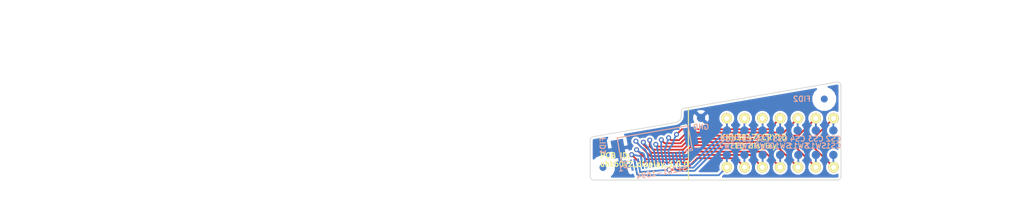
<source format=kicad_pcb>
(kicad_pcb (version 20171130) (host pcbnew "(5.0.0)")

  (general
    (thickness 1.6002)
    (drawings 19)
    (tracks 140)
    (zones 0)
    (modules 19)
    (nets 16)
  )

  (page A4)
  (title_block
    (title "UHK60v2 - LED Display Board")
    (rev 1.0.0)
    (company "Ultimate Gadget Laboratories Kft.")
  )

  (layers
    (0 F.Cu signal)
    (31 B.Cu signal)
    (34 B.Paste user)
    (35 F.Paste user)
    (36 B.SilkS user)
    (37 F.SilkS user)
    (38 B.Mask user)
    (39 F.Mask user)
    (41 Cmts.User user)
    (42 Eco1.User user)
    (44 Edge.Cuts user)
    (45 Margin user)
    (46 B.CrtYd user)
    (47 F.CrtYd user)
  )

  (setup
    (last_trace_width 0.3048)
    (user_trace_width 0.2032)
    (user_trace_width 0.254)
    (user_trace_width 0.3048)
    (user_trace_width 0.4064)
    (user_trace_width 1.27)
    (trace_clearance 0.2032)
    (zone_clearance 0.3048)
    (zone_45_only no)
    (trace_min 0.2032)
    (segment_width 0.15)
    (edge_width 0.01)
    (via_size 0.7112)
    (via_drill 0.381)
    (via_min_size 0.7112)
    (via_min_drill 0.381)
    (user_via 0.7112 0.381)
    (user_via 1.0668 0.7112)
    (uvia_size 0.7112)
    (uvia_drill 0.381)
    (uvias_allowed no)
    (uvia_min_size 0.6096)
    (uvia_min_drill 0.127)
    (pcb_text_width 0.3048)
    (pcb_text_size 1.524 2.032)
    (mod_edge_width 0.381)
    (mod_text_size 1.524 1.524)
    (mod_text_width 0.3048)
    (pad_size 1.8 2.6)
    (pad_drill 0)
    (pad_to_mask_clearance 0)
    (aux_axis_origin 121.875 109.075)
    (grid_origin 121.875 109.075)
    (visible_elements 7FFFFF7F)
    (pcbplotparams
      (layerselection 0x012fc_ffffffff)
      (usegerberextensions true)
      (usegerberattributes true)
      (usegerberadvancedattributes true)
      (creategerberjobfile false)
      (excludeedgelayer true)
      (linewidth 0.150000)
      (plotframeref false)
      (viasonmask false)
      (mode 1)
      (useauxorigin false)
      (hpglpennumber 1)
      (hpglpenspeed 20)
      (hpglpendiameter 15.000000)
      (psnegative false)
      (psa4output false)
      (plotreference true)
      (plotvalue true)
      (plotinvisibletext false)
      (padsonsilk false)
      (subtractmaskfromsilk true)
      (outputformat 1)
      (mirror false)
      (drillshape 0)
      (scaleselection 1)
      (outputdirectory "../gerbers/display"))
  )

  (net 0 "")
  (net 1 GND)
  (net 2 /SW7)
  (net 3 /SW8)
  (net 4 /SW9)
  (net 5 /SW10)
  (net 6 /SW11)
  (net 7 /CS5)
  (net 8 /CS6)
  (net 9 /CS7)
  (net 10 /CS8)
  (net 11 /SW12)
  (net 12 /CS1)
  (net 13 /CS4)
  (net 14 /CS3)
  (net 15 /CS2)

  (net_class Default "This is the default net class."
    (clearance 0.2032)
    (trace_width 0.3048)
    (via_dia 0.7112)
    (via_drill 0.381)
    (uvia_dia 0.7112)
    (uvia_drill 0.381)
    (diff_pair_gap 0.254)
    (diff_pair_width 0.254)
    (add_net /CS1)
    (add_net /CS2)
    (add_net /CS3)
    (add_net /CS4)
    (add_net /CS5)
    (add_net /CS6)
    (add_net /CS7)
    (add_net /CS8)
    (add_net /SW10)
    (add_net /SW11)
    (add_net /SW12)
    (add_net /SW7)
    (add_net /SW8)
    (add_net /SW9)
    (add_net GND)
  )

  (module UGL:UHK_LED_display_multiplexed locked (layer F.Cu) (tedit 5CB3415C) (tstamp 5C1A55AA)
    (at 146.018261 103.73643)
    (path /5C1905FC)
    (fp_text reference P2 (at 24.13 0.33857) (layer F.SilkS) hide
      (effects (font (size 0.75 0.75) (thickness 0.15)))
    )
    (fp_text value CONN_14 (at 24.13 1.27) (layer F.SilkS) hide
      (effects (font (size 0.75 0.75) (thickness 0.15)))
    )
    (fp_line (start 11.424038 -8.442602) (end 11.118655 -10.216508) (layer Eco1.User) (width 0.1))
    (fp_line (start 11.118655 -10.216508) (end 13.089661 -10.555823) (layer Eco1.User) (width 0.1))
    (fp_line (start 13.089661 -10.555823) (end 13.395044 -8.781917) (layer Eco1.User) (width 0.1))
    (fp_line (start 31.1341 -11.835754) (end 30.828716 -13.60966) (layer Eco1.User) (width 0.1))
    (fp_line (start 30.828716 -13.60966) (end 32.799722 -13.948975) (layer Eco1.User) (width 0.1))
    (fp_line (start 32.799722 -13.948975) (end 33.105106 -12.175069) (layer Eco1.User) (width 0.1))
    (fp_line (start 15.34 6.34) (end 13.34 6.34) (layer Eco1.User) (width 0.1))
    (fp_line (start 13.34 6.34) (end 13.34 5.04) (layer Eco1.User) (width 0.1))
    (fp_line (start 15.34 5.04) (end 15.34 6.34) (layer Eco1.User) (width 0.1))
    (fp_line (start -8.286023 -5.04945) (end -8.591407 -6.823356) (layer Eco1.User) (width 0.1))
    (fp_line (start -8.591407 -6.823356) (end -6.620401 -7.162671) (layer Eco1.User) (width 0.1))
    (fp_line (start -6.620401 -7.162671) (end -6.315017 -5.388765) (layer Eco1.User) (width 0.1))
    (fp_line (start -4.66 6.34) (end -6.66 6.34) (layer Eco1.User) (width 0.1))
    (fp_line (start -6.66 6.34) (end -6.66 5.04) (layer Eco1.User) (width 0.1))
    (fp_line (start -4.66 5.04) (end -4.66 6.34) (layer Eco1.User) (width 0.1))
    (fp_line (start 35.34 6.34) (end 33.34 6.34) (layer Eco1.User) (width 0.1))
    (fp_line (start 33.34 6.34) (end 33.34 5.04) (layer Eco1.User) (width 0.1))
    (fp_line (start 35.34 5.04) (end 35.34 6.34) (layer Eco1.User) (width 0.1))
    (fp_arc (start -9.66 -4.30556) (end -9.744829 -4.798312) (angle -80.2) (layer Eco1.User) (width 0.1))
    (fp_arc (start -9.66 4.54) (end -10.16 4.54) (angle -90) (layer Eco1.User) (width 0.1))
    (fp_arc (start 37.245021 4.54) (end 37.245021 5.04) (angle -99.9) (layer Eco1.User) (width 0.1))
    (fp_arc (start 34.373806 -11.886125) (end 34.866338 -11.972218) (angle -89.8) (layer Eco1.User) (width 0.1))
    (fp_line (start -9.744829 -4.798312) (end 34.288977 -12.378877) (layer Eco1.User) (width 0.1))
    (fp_line (start -10.16 4.54) (end -10.16 -4.30556) (layer Eco1.User) (width 0.1))
    (fp_line (start 37.245021 5.04) (end -9.66 5.04) (layer Eco1.User) (width 0.1))
    (fp_line (start 34.866338 -11.972218) (end 37.737554 4.453907) (layer Eco1.User) (width 0.1))
    (pad 8 thru_hole circle (at 10.58 -3.5) (size 1.5 1.5) (drill 0.7) (layers *.Cu *.Mask F.SilkS)
      (net 15 /CS2))
    (pad 9 thru_hole circle (at 8.04 -3.5) (size 1.5 1.5) (drill 0.7) (layers *.Cu *.Mask F.SilkS)
      (net 14 /CS3))
    (pad 10 thru_hole circle (at 5.5 -3.5) (size 1.5 1.5) (drill 0.7) (layers *.Cu *.Mask F.SilkS)
      (net 13 /CS4))
    (pad 7 thru_hole circle (at 10.58 3.5) (size 1.5 1.5) (drill 0.7) (layers *.Cu *.Mask F.SilkS)
      (net 12 /CS1))
    (pad 6 thru_hole circle (at 8.04 3.5) (size 1.5 1.5) (drill 0.7) (layers *.Cu *.Mask F.SilkS)
      (net 11 /SW12))
    (pad 14 thru_hole circle (at -4.66 -3.5) (size 1.5 1.5) (drill 0.7) (layers *.Cu *.Mask F.SilkS)
      (net 10 /CS8))
    (pad 13 thru_hole circle (at -2.12 -3.5) (size 1.5 1.5) (drill 0.7) (layers *.Cu *.Mask F.SilkS)
      (net 9 /CS7))
    (pad 12 thru_hole circle (at 0.42 -3.5) (size 1.5 1.5) (drill 0.7) (layers *.Cu *.Mask F.SilkS)
      (net 8 /CS6))
    (pad 11 thru_hole circle (at 2.96 -3.5) (size 1.5 1.5) (drill 0.7) (layers *.Cu *.Mask F.SilkS)
      (net 7 /CS5))
    (pad 5 thru_hole circle (at 5.5 3.5) (size 1.5 1.5) (drill 0.7) (layers *.Cu *.Mask F.SilkS)
      (net 6 /SW11))
    (pad 4 thru_hole circle (at 2.96 3.5) (size 1.5 1.5) (drill 0.7) (layers *.Cu *.Mask F.SilkS)
      (net 5 /SW10))
    (pad 3 thru_hole circle (at 0.42 3.5) (size 1.5 1.5) (drill 0.7) (layers *.Cu *.Mask F.SilkS)
      (net 4 /SW9))
    (pad 2 thru_hole circle (at -2.12 3.5) (size 1.5 1.5) (drill 0.7) (layers *.Cu *.Mask F.SilkS)
      (net 3 /SW8))
    (pad 1 thru_hole circle (at -4.66 3.5) (size 1.5 1.5) (drill 0.7) (layers *.Cu *.Mask F.SilkS)
      (net 2 /SW7))
  )

  (module UGL:FFC_Connector_51281-1694 (layer B.Cu) (tedit 5C2902BB) (tstamp 5C1A5631)
    (at 130.775 102.175 9.8)
    (path /5C190254)
    (attr smd)
    (fp_text reference P1 (at -5.023803 4.409241 9.8) (layer B.SilkS)
      (effects (font (size 0.75 0.75) (thickness 0.15)) (justify mirror))
    )
    (fp_text value 51281-1694 (at 0.293815 5.936638 9.8) (layer B.SilkS)
      (effects (font (size 0.75 0.75) (thickness 0.15)) (justify mirror))
    )
    (fp_line (start 4.2 3.55) (end 5.15 3.55) (layer B.SilkS) (width 0.15))
    (fp_line (start 5.15 3.55) (end 5.15 0) (layer B.SilkS) (width 0.15))
    (fp_line (start -5.15 3.55) (end -5.15 0) (layer B.SilkS) (width 0.15))
    (fp_line (start -5.15 3.55) (end -4.2 3.55) (layer B.SilkS) (width 0.15))
    (fp_line (start -5.15 0) (end 5.15 0) (layer B.SilkS) (width 0.15))
    (pad 2 smd rect (at -3.25 4.2 9.8) (size 0.3 1.6) (layers B.Cu B.Paste B.Mask)
      (net 2 /SW7) (clearance 0.1778))
    (pad 3 smd rect (at -2.75 4.2 9.8) (size 0.3 1.6) (layers B.Cu B.Paste B.Mask)
      (net 3 /SW8) (clearance 0.1778))
    (pad 4 smd rect (at -2.25 4.2 9.8) (size 0.3 1.6) (layers B.Cu B.Paste B.Mask)
      (net 4 /SW9) (clearance 0.1778))
    (pad 5 smd rect (at -1.75 4.2 9.8) (size 0.3 1.6) (layers B.Cu B.Paste B.Mask)
      (net 5 /SW10) (clearance 0.1778))
    (pad 6 smd rect (at -1.25 4.2 9.8) (size 0.3 1.6) (layers B.Cu B.Paste B.Mask)
      (net 6 /SW11) (clearance 0.1778))
    (pad 7 smd rect (at -0.75 4.2 9.8) (size 0.3 1.6) (layers B.Cu B.Paste B.Mask)
      (net 11 /SW12) (clearance 0.1778))
    (pad 8 smd rect (at -0.25 4.2 9.8) (size 0.3 1.6) (layers B.Cu B.Paste B.Mask)
      (net 12 /CS1) (clearance 0.1778))
    (pad 9 smd rect (at 0.25 4.2 9.8) (size 0.3 1.6) (layers B.Cu B.Paste B.Mask)
      (net 15 /CS2) (clearance 0.1778))
    (pad 10 smd rect (at 0.75 4.2 9.8) (size 0.3 1.6) (layers B.Cu B.Paste B.Mask)
      (net 14 /CS3) (clearance 0.1778))
    (pad 1 smd rect (at -3.75 4.2 9.8) (size 0.3 1.6) (layers B.Cu B.Paste B.Mask)
      (net 1 GND) (clearance 0.1778))
    (pad "" smd rect (at -5.25 1.55 9.8) (size 1.8 2.6) (layers B.Cu B.Paste B.Mask)
      (net 1 GND))
    (pad "" smd rect (at 5.25 1.55 9.8) (size 1.8 2.6) (layers B.Cu B.Paste B.Mask)
      (net 1 GND))
    (pad 11 smd rect (at 1.25 4.2 9.8) (size 0.3 1.6) (layers B.Cu B.Paste B.Mask)
      (net 13 /CS4) (clearance 0.1778))
    (pad 12 smd rect (at 1.75 4.2 9.8) (size 0.3 1.6) (layers B.Cu B.Paste B.Mask)
      (net 7 /CS5) (clearance 0.1778))
    (pad 13 smd rect (at 2.25 4.2 9.8) (size 0.3 1.6) (layers B.Cu B.Paste B.Mask)
      (net 8 /CS6) (clearance 0.1778))
    (pad 14 smd rect (at 2.75 4.2 9.8) (size 0.3 1.6) (layers B.Cu B.Paste B.Mask)
      (net 9 /CS7) (clearance 0.1778))
    (pad 15 smd rect (at 3.25 4.2 9.8) (size 0.3 1.6) (layers B.Cu B.Paste B.Mask)
      (net 10 /CS8) (clearance 0.1778))
    (pad 16 smd rect (at 3.75 4.200002 9.8) (size 0.3 1.6) (layers B.Cu B.Paste B.Mask)
      (net 1 GND) (clearance 0.1778))
  )

  (module UGL:Test_Point (layer B.Cu) (tedit 583E0365) (tstamp 58226C29)
    (at 137.675 100.175 180)
    (descr FID)
    (tags FIDUCIAL)
    (path /58358ADF)
    (attr virtual)
    (fp_text reference TP_GND1 (at 0 1.3 180) (layer B.SilkS) hide
      (effects (font (size 0.75 0.75) (thickness 0.15)) (justify mirror))
    )
    (fp_text value GND (at 0 -1.3) (layer B.SilkS)
      (effects (font (size 0.75 0.75) (thickness 0.15)) (justify mirror))
    )
    (pad 1 smd circle (at 0 0 180) (size 1.2 1.2) (layers B.Cu B.Mask)
      (net 1 GND))
  )

  (module UGL:Test_Point (layer B.Cu) (tedit 58398319) (tstamp 5C1A5630)
    (at 156.575 105.475)
    (descr FID)
    (tags FIDUCIAL)
    (path /5C19819B)
    (attr virtual)
    (fp_text reference TP_CS1 (at 0 1.3) (layer B.SilkS) hide
      (effects (font (size 0.75 0.75) (thickness 0.15)) (justify mirror))
    )
    (fp_text value CS1 (at 0 -1.3) (layer B.SilkS)
      (effects (font (size 0.75 0.75) (thickness 0.15)) (justify mirror))
    )
    (pad 1 smd circle (at 0 0) (size 1.2 1.2) (layers B.Cu B.Mask)
      (net 12 /CS1))
  )

  (module UGL:Test_Point (layer B.Cu) (tedit 58398319) (tstamp 5C1A562B)
    (at 156.575 101.975)
    (descr FID)
    (tags FIDUCIAL)
    (path /5C19874B)
    (attr virtual)
    (fp_text reference TP_CS2 (at 0 1.3) (layer B.SilkS) hide
      (effects (font (size 0.75 0.75) (thickness 0.15)) (justify mirror))
    )
    (fp_text value CS2 (at 0 1.2) (layer B.SilkS)
      (effects (font (size 0.75 0.75) (thickness 0.15)) (justify mirror))
    )
    (pad 1 smd circle (at 0 0) (size 1.2 1.2) (layers B.Cu B.Mask)
      (net 15 /CS2))
  )

  (module UGL:Test_Point (layer B.Cu) (tedit 58398319) (tstamp 5C1A5626)
    (at 154.075 101.975)
    (descr FID)
    (tags FIDUCIAL)
    (path /5C198C9B)
    (attr virtual)
    (fp_text reference TP_CS3 (at 0 1.3) (layer B.SilkS) hide
      (effects (font (size 0.75 0.75) (thickness 0.15)) (justify mirror))
    )
    (fp_text value CS3 (at 0 1.2) (layer B.SilkS)
      (effects (font (size 0.75 0.75) (thickness 0.15)) (justify mirror))
    )
    (pad 1 smd circle (at 0 0) (size 1.2 1.2) (layers B.Cu B.Mask)
      (net 14 /CS3))
  )

  (module UGL:Test_Point (layer B.Cu) (tedit 58398319) (tstamp 5C1A5621)
    (at 151.475 101.975)
    (descr FID)
    (tags FIDUCIAL)
    (path /5C1991EC)
    (attr virtual)
    (fp_text reference TP_CS4 (at 0 1.3) (layer B.SilkS) hide
      (effects (font (size 0.75 0.75) (thickness 0.15)) (justify mirror))
    )
    (fp_text value CS4 (at 0 1.2) (layer B.SilkS)
      (effects (font (size 0.75 0.75) (thickness 0.15)) (justify mirror))
    )
    (pad 1 smd circle (at 0 0) (size 1.2 1.2) (layers B.Cu B.Mask)
      (net 13 /CS4))
  )

  (module UGL:Test_Point (layer B.Cu) (tedit 58398319) (tstamp 5C1A561C)
    (at 148.975 101.975)
    (descr FID)
    (tags FIDUCIAL)
    (path /5C19973C)
    (attr virtual)
    (fp_text reference TP_CS5 (at 0 1.3) (layer B.SilkS) hide
      (effects (font (size 0.75 0.75) (thickness 0.15)) (justify mirror))
    )
    (fp_text value CS5 (at 0 1.2) (layer B.SilkS)
      (effects (font (size 0.75 0.75) (thickness 0.15)) (justify mirror))
    )
    (pad 1 smd circle (at 0 0) (size 1.2 1.2) (layers B.Cu B.Mask)
      (net 7 /CS5))
  )

  (module UGL:Test_Point (layer B.Cu) (tedit 58398319) (tstamp 5C1A7A3F)
    (at 146.475 101.975)
    (descr FID)
    (tags FIDUCIAL)
    (path /5C199C8D)
    (attr virtual)
    (fp_text reference TP_CS6 (at 0 1.3) (layer B.SilkS) hide
      (effects (font (size 0.75 0.75) (thickness 0.15)) (justify mirror))
    )
    (fp_text value CS6 (at 0 1.2) (layer B.SilkS)
      (effects (font (size 0.75 0.75) (thickness 0.15)) (justify mirror))
    )
    (pad 1 smd circle (at 0 0) (size 1.2 1.2) (layers B.Cu B.Mask)
      (net 8 /CS6))
  )

  (module UGL:Test_Point (layer B.Cu) (tedit 58398319) (tstamp 5C1A5612)
    (at 143.875 101.975)
    (descr FID)
    (tags FIDUCIAL)
    (path /5C19A1E1)
    (attr virtual)
    (fp_text reference TP_CS7 (at 0 1.3) (layer B.SilkS) hide
      (effects (font (size 0.75 0.75) (thickness 0.15)) (justify mirror))
    )
    (fp_text value CS7 (at 0 1.2) (layer B.SilkS)
      (effects (font (size 0.75 0.75) (thickness 0.15)) (justify mirror))
    )
    (pad 1 smd circle (at 0 0) (size 1.2 1.2) (layers B.Cu B.Mask)
      (net 9 /CS7))
  )

  (module UGL:Test_Point (layer B.Cu) (tedit 58398319) (tstamp 5C1BEE69)
    (at 141.375 101.975)
    (descr FID)
    (tags FIDUCIAL)
    (path /5C19A736)
    (attr virtual)
    (fp_text reference TP_CS8 (at 0 1.3) (layer B.SilkS) hide
      (effects (font (size 0.75 0.75) (thickness 0.15)) (justify mirror))
    )
    (fp_text value CS8 (at 0.1 1.2) (layer B.SilkS)
      (effects (font (size 0.75 0.75) (thickness 0.15)) (justify mirror))
    )
    (pad 1 smd circle (at 0 0) (size 1.2 1.2) (layers B.Cu B.Mask)
      (net 10 /CS8))
  )

  (module UGL:Test_Point (layer B.Cu) (tedit 58398319) (tstamp 5C1A5600)
    (at 141.375 105.475)
    (descr FID)
    (tags FIDUCIAL)
    (path /583582CE)
    (attr virtual)
    (fp_text reference TP_SW7 (at 0 1.3) (layer B.SilkS) hide
      (effects (font (size 0.75 0.75) (thickness 0.15)) (justify mirror))
    )
    (fp_text value SW7 (at 0 -1.3) (layer B.SilkS)
      (effects (font (size 0.75 0.75) (thickness 0.15)) (justify mirror))
    )
    (pad 1 smd circle (at 0 0) (size 1.2 1.2) (layers B.Cu B.Mask)
      (net 2 /SW7))
  )

  (module UGL:Test_Point (layer B.Cu) (tedit 58398319) (tstamp 5C1A55FB)
    (at 143.875 105.475)
    (descr FID)
    (tags FIDUCIAL)
    (path /5C194054)
    (attr virtual)
    (fp_text reference TP_SW8 (at 0 1.3) (layer B.SilkS) hide
      (effects (font (size 0.75 0.75) (thickness 0.15)) (justify mirror))
    )
    (fp_text value SW8 (at 0 -1.3) (layer B.SilkS)
      (effects (font (size 0.75 0.75) (thickness 0.15)) (justify mirror))
    )
    (pad 1 smd circle (at 0 0) (size 1.2 1.2) (layers B.Cu B.Mask)
      (net 3 /SW8))
  )

  (module UGL:Test_Point (layer B.Cu) (tedit 58398319) (tstamp 5C1A55F6)
    (at 146.475 105.475)
    (descr FID)
    (tags FIDUCIAL)
    (path /5C1945A1)
    (attr virtual)
    (fp_text reference TP_SW9 (at 0 1.3) (layer B.SilkS) hide
      (effects (font (size 0.75 0.75) (thickness 0.15)) (justify mirror))
    )
    (fp_text value SW9 (at 0 -1.3) (layer B.SilkS)
      (effects (font (size 0.75 0.75) (thickness 0.15)) (justify mirror))
    )
    (pad 1 smd circle (at 0 0) (size 1.2 1.2) (layers B.Cu B.Mask)
      (net 4 /SW9))
  )

  (module UGL:Test_Point (layer B.Cu) (tedit 58398319) (tstamp 5C1A55F1)
    (at 148.975 105.475)
    (descr FID)
    (tags FIDUCIAL)
    (path /5C194AE9)
    (attr virtual)
    (fp_text reference TP_SW10 (at 0 1.3) (layer B.SilkS) hide
      (effects (font (size 0.75 0.75) (thickness 0.15)) (justify mirror))
    )
    (fp_text value SW10 (at 0 -1.3) (layer B.SilkS)
      (effects (font (size 0.75 0.75) (thickness 0.15)) (justify mirror))
    )
    (pad 1 smd circle (at 0 0) (size 1.2 1.2) (layers B.Cu B.Mask)
      (net 5 /SW10))
  )

  (module UGL:Test_Point (layer B.Cu) (tedit 58398319) (tstamp 5C1A55EC)
    (at 151.575 105.475)
    (descr FID)
    (tags FIDUCIAL)
    (path /5C19503A)
    (attr virtual)
    (fp_text reference TP_SW11 (at 0 1.3) (layer B.SilkS) hide
      (effects (font (size 0.75 0.75) (thickness 0.15)) (justify mirror))
    )
    (fp_text value SW11 (at 0 -1.3) (layer B.SilkS)
      (effects (font (size 0.75 0.75) (thickness 0.15)) (justify mirror))
    )
    (pad 1 smd circle (at 0 0) (size 1.2 1.2) (layers B.Cu B.Mask)
      (net 6 /SW11))
  )

  (module UGL:Test_Point (layer B.Cu) (tedit 58398319) (tstamp 5C1A55E7)
    (at 154.075 105.475)
    (descr FID)
    (tags FIDUCIAL)
    (path /5C195586)
    (attr virtual)
    (fp_text reference TP_SW12 (at 0 1.3) (layer B.SilkS) hide
      (effects (font (size 0.75 0.75) (thickness 0.15)) (justify mirror))
    )
    (fp_text value SW12 (at 0 -1.3) (layer B.SilkS)
      (effects (font (size 0.75 0.75) (thickness 0.15)) (justify mirror))
    )
    (pad 1 smd circle (at 0 0) (size 1.2 1.2) (layers B.Cu B.Mask)
      (net 11 /SW12))
  )

  (module Input_Club:FID locked (layer B.Cu) (tedit 5C1A5BA6) (tstamp 5C1A74AC)
    (at 123.675 107.275)
    (descr FID)
    (tags FIDUCIAL)
    (attr smd)
    (fp_text reference FID1 (at 0 -3.1 90) (layer B.SilkS)
      (effects (font (size 0.762 0.762) (thickness 0.1524)) (justify mirror))
    )
    (fp_text value >VALUE (at 0 2.1) (layer B.SilkS) hide
      (effects (font (size 1 1) (thickness 0.2)) (justify mirror))
    )
    (pad "" smd circle (at 0 0) (size 1 1) (layers B.Cu B.Mask)
      (solder_mask_margin 1) (clearance 1.2))
  )

  (module Input_Club:FID locked (layer B.Cu) (tedit 5C1A5BB0) (tstamp 5C1A74B5)
    (at 155.275 97.475)
    (descr FID)
    (tags FIDUCIAL)
    (attr smd)
    (fp_text reference FID2 (at -3.2 0) (layer B.SilkS)
      (effects (font (size 0.762 0.762) (thickness 0.1524)) (justify mirror))
    )
    (fp_text value >VALUE (at 0 2.1) (layer B.SilkS) hide
      (effects (font (size 1 1) (thickness 0.2)) (justify mirror))
    )
    (pad "" smd circle (at 0 0) (size 1 1) (layers B.Cu B.Mask)
      (solder_mask_margin 1) (clearance 1.2))
  )

  (dimension 35.8 (width 0.3048) (layer Eco1.User)
    (gr_text "35.798 mm =1.4094 in" (at 139.648 84.727) (layer Eco1.User)
      (effects (font (size 2.032 1.524) (thickness 0.3048)))
    )
    (feature1 (pts (xy 157.548 104.8686) (xy 157.548 86.782179)))
    (feature2 (pts (xy 121.748 104.8686) (xy 121.748 86.782179)))
    (crossbar (pts (xy 121.748 87.3686) (xy 157.548 87.3686)))
    (arrow1a (pts (xy 157.548 87.3686) (xy 156.421496 87.955021)))
    (arrow1b (pts (xy 157.548 87.3686) (xy 156.421496 86.782179)))
    (arrow2a (pts (xy 121.748 87.3686) (xy 122.874504 87.955021)))
    (arrow2b (pts (xy 121.748 87.3686) (xy 122.874504 86.782179)))
  )
  (gr_line (start 157.158677 109.076147) (end 122.358673 109.076147) (angle 90) (layer Edge.Cuts) (width 0.1) (tstamp 5C1A50D5))
  (gr_line (start 134.028336 100.846838) (end 122.27385 102.870413) (angle 90) (layer Edge.Cuts) (width 0.1) (tstamp 5C1A50CB))
  (gr_line (start 157.658677 95.545751) (end 157.658677 108.576147) (angle 90) (layer Edge.Cuts) (width 0.1) (tstamp 5C1A50D9))
  (gr_line (start 121.858673 108.576147) (end 121.858673 103.363165) (angle 90) (layer Edge.Cuts) (width 0.1) (tstamp 5C1A50D2))
  (gr_arc (start 135.358748 99.298754) (end 135.27385 98.805944) (angle -80.16605947) (layer Edge.Cuts) (width 0.1) (tstamp 5C1A50D3))
  (gr_line (start 134.858673 99.298696) (end 134.858673 99.861349) (angle 90) (layer Edge.Cuts) (width 0.1) (tstamp 5C1A50CE))
  (gr_arc (start 157.158608 108.576078) (end 157.158677 109.076147) (angle -89.94656462) (layer Edge.Cuts) (width 0.1) (tstamp 5C1A50D8))
  (gr_arc (start 122.358756 103.363238) (end 122.27385 102.870413) (angle -80.16784569) (layer Edge.Cuts) (width 0.1) (tstamp 5C1A50CF))
  (gr_arc (start 133.858614 99.861295) (end 134.028336 100.846838) (angle -80.20238547) (layer Edge.Cuts) (width 0.1) (tstamp 5C1A50D1))
  (gr_arc (start 157.158682 95.545752) (end 157.658677 95.545751) (angle -99.76340097) (layer Edge.Cuts) (width 0.1) (tstamp 5C1A50D7))
  (gr_line (start 135.27385 98.805944) (end 157.073845 95.052999) (angle 90) (layer Edge.Cuts) (width 0.1) (tstamp 5C1A50DA))
  (gr_arc (start 122.358734 108.576078) (end 121.858673 108.576147) (angle -89.94233769) (layer Edge.Cuts) (width 0.1) (tstamp 5C1A50D6))
  (gr_text "PCB ID:\nuhk60v2_display_1.0.0" (at 123.175 106.175) (layer F.SilkS) (tstamp 528901BF)
    (effects (font (size 0.75 0.75) (thickness 0.15)) (justify left))
  )
  (gr_text "KHN30471CRY1D\nLED display" (at 145.175 103.575) (layer F.SilkS) (tstamp 583E06AA)
    (effects (font (size 0.75 0.75) (thickness 0.15)))
  )
  (gr_line (start 135.875 98.775) (end 135.875 108.975) (angle 90) (layer F.SilkS) (width 0.15))
  (dimension 13.46454 (width 0.3) (layer Eco1.User)
    (gr_text "13.465 mm" (at 109.748 101.8686 90) (layer Eco1.User)
      (effects (font (size 1.5 1.5) (thickness 0.3)))
    )
    (feature1 (pts (xy 153.74184 95.2066) (xy 108.49682 95.2066)))
    (feature2 (pts (xy 153.74184 108.67114) (xy 108.49682 108.67114)))
    (crossbar (pts (xy 111.74802 108.67114) (xy 111.74802 95.2066)))
    (arrow1a (pts (xy 111.74802 95.2066) (xy 112.334441 96.333104)))
    (arrow1b (pts (xy 111.74802 95.2066) (xy 111.161599 96.333104)))
    (arrow2a (pts (xy 111.74802 108.67114) (xy 112.334441 107.544636)))
    (arrow2b (pts (xy 111.74802 108.67114) (xy 111.161599 107.544636)))
  )
  (gr_text "0.53 in" (at 113.775 102.175 90) (layer Eco1.User)
    (effects (font (size 1.5 1.5) (thickness 0.3)))
  )
  (gr_text "design is 8mil-8mil-15mil trace-clearance-minimum_drill\n1.55mm board thickness\nblack solder mask\nwhite silk screen" (at 106.975 100.9437) (layer Cmts.User)
    (effects (font (size 1.5 1.5) (thickness 0.3)) (justify left mirror))
  )

  (segment (start 128.3026 106.901199) (end 128.5552 108.2622) (width 0.254) (layer B.Cu) (net 2))
  (segment (start 141.358261 105.491739) (end 141.375 105.475) (width 0.254) (layer B.Cu) (net 2))
  (segment (start 141.358261 107.23643) (end 141.358261 105.491739) (width 0.254) (layer B.Cu) (net 2))
  (segment (start 140.713492 107.881199) (end 141.358261 107.23643) (width 0.254) (layer B.Cu) (net 2))
  (segment (start 140.713492 107.8812) (end 140.810966 107.783726) (width 0.254) (layer B.Cu) (net 2))
  (segment (start 140.713492 107.8812) (end 140.713492 107.881199) (width 0.254) (layer B.Cu) (net 2))
  (segment (start 140.205492 108.3892) (end 140.713492 107.8812) (width 0.254) (layer B.Cu) (net 2))
  (segment (start 128.5552 108.2622) (end 128.6822 108.3892) (width 0.254) (layer B.Cu) (net 2))
  (segment (start 128.6822 108.3892) (end 140.205492 108.3892) (width 0.254) (layer B.Cu) (net 2))
  (segment (start 143.875 107.213169) (end 143.898261 107.23643) (width 0.254) (layer B.Cu) (net 3))
  (segment (start 143.875 105.475) (end 143.875 107.213169) (width 0.254) (layer B.Cu) (net 3))
  (segment (start 128.7838 106.7636) (end 128.975496 107.930306) (width 0.254) (layer B.Cu) (net 3))
  (via (at 133.1272 107.6018) (size 0.7112) (drill 0.381) (layers F.Cu B.Cu) (net 3))
  (segment (start 142.612631 105.9508) (end 143.898261 107.23643) (width 0.254) (layer F.Cu) (net 3))
  (segment (start 137.131543 105.9508) (end 142.612631 105.9508) (width 0.254) (layer F.Cu) (net 3))
  (segment (start 133.1272 107.6018) (end 135.480543 107.6018) (width 0.254) (layer F.Cu) (net 3))
  (segment (start 135.480543 107.6018) (end 137.131543 105.9508) (width 0.254) (layer F.Cu) (net 3))
  (segment (start 128.975496 107.930306) (end 133.1272 107.6018) (width 0.254) (layer B.Cu) (net 3))
  (segment (start 146.475 107.199691) (end 146.438261 107.23643) (width 0.254) (layer B.Cu) (net 4))
  (segment (start 146.475 105.475) (end 146.475 107.199691) (width 0.254) (layer B.Cu) (net 4))
  (segment (start 129.288008 106.705589) (end 129.0886 105.646) (width 0.254) (layer B.Cu) (net 4))
  (segment (start 127.7678 105.4428) (end 127.7678 105.4428) (width 0.254) (layer B.Cu) (net 4) (tstamp 5C1A8CAD))
  (via (at 127.7678 105.4428) (size 0.7112) (drill 0.381) (layers F.Cu B.Cu) (net 4))
  (segment (start 144.670116 105.468285) (end 146.438261 107.23643) (width 0.254) (layer F.Cu) (net 4))
  (segment (start 136.967466 105.468285) (end 144.670116 105.468285) (width 0.254) (layer F.Cu) (net 4))
  (segment (start 135.875285 106.560466) (end 136.967466 105.468285) (width 0.254) (layer F.Cu) (net 4))
  (segment (start 127.7678 105.4428) (end 128.885466 106.560466) (width 0.254) (layer F.Cu) (net 4))
  (segment (start 128.885466 106.560466) (end 135.875285 106.560466) (width 0.254) (layer F.Cu) (net 4))
  (segment (start 129.0886 105.646) (end 127.7678 105.4428) (width 0.254) (layer B.Cu) (net 4))
  (segment (start 148.975 107.233169) (end 148.978261 107.23643) (width 0.254) (layer B.Cu) (net 5))
  (segment (start 148.975 105.475) (end 148.975 107.233169) (width 0.254) (layer B.Cu) (net 5))
  (segment (start 129.780712 106.620485) (end 129.5966 105.6206) (width 0.254) (layer B.Cu) (net 5))
  (via (at 128.479 104.7316) (size 0.7112) (drill 0.381) (layers F.Cu B.Cu) (net 5))
  (segment (start 146.752905 105.011074) (end 148.978261 107.23643) (width 0.254) (layer F.Cu) (net 5))
  (segment (start 136.778084 105.011074) (end 146.752905 105.011074) (width 0.254) (layer F.Cu) (net 5))
  (segment (start 135.685903 106.103255) (end 136.778084 105.011074) (width 0.254) (layer F.Cu) (net 5))
  (segment (start 128.479 104.7316) (end 129.850655 106.103255) (width 0.254) (layer F.Cu) (net 5))
  (segment (start 129.850655 106.103255) (end 135.685903 106.103255) (width 0.254) (layer F.Cu) (net 5))
  (segment (start 128.915894 105.094963) (end 128.479 104.7316) (width 0.254) (layer B.Cu) (net 5))
  (segment (start 128.915894 105.094963) (end 129.2918 105.2142) (width 0.254) (layer B.Cu) (net 5))
  (segment (start 129.2918 105.2142) (end 129.462362 105.2803) (width 0.254) (layer B.Cu) (net 5))
  (segment (start 129.462362 105.2803) (end 129.5966 105.6206) (width 0.254) (layer B.Cu) (net 5))
  (segment (start 151.575 107.179691) (end 151.518261 107.23643) (width 0.254) (layer B.Cu) (net 6))
  (segment (start 151.575 105.475) (end 151.575 107.179691) (width 0.254) (layer B.Cu) (net 6))
  (segment (start 130.248016 106.53538) (end 130.0792 105.519) (width 0.254) (layer B.Cu) (net 6))
  (via (at 128.3774 103.5124) (size 0.7112) (drill 0.381) (layers F.Cu B.Cu) (net 6))
  (segment (start 148.835694 104.553863) (end 151.518261 107.23643) (width 0.254) (layer F.Cu) (net 6))
  (segment (start 136.588702 104.553863) (end 148.835694 104.553863) (width 0.254) (layer F.Cu) (net 6))
  (segment (start 135.496521 105.646044) (end 136.588702 104.553863) (width 0.254) (layer F.Cu) (net 6))
  (segment (start 128.3774 103.5886) (end 130.434844 105.646044) (width 0.254) (layer F.Cu) (net 6))
  (segment (start 130.434844 105.646044) (end 135.496521 105.646044) (width 0.254) (layer F.Cu) (net 6))
  (segment (start 129.1394 104.376) (end 128.3774 103.5124) (width 0.254) (layer B.Cu) (net 6))
  (segment (start 130.0792 105.519) (end 129.6982 104.7062) (width 0.254) (layer B.Cu) (net 6))
  (segment (start 129.6982 104.7062) (end 129.1394 104.376) (width 0.254) (layer B.Cu) (net 6))
  (segment (start 148.975 100.239691) (end 148.978261 100.23643) (width 0.254) (layer B.Cu) (net 7))
  (segment (start 148.975 101.975) (end 148.975 100.239691) (width 0.254) (layer B.Cu) (net 7))
  (segment (start 133.214344 106.015847) (end 133.0002 104.8332) (width 0.254) (layer B.Cu) (net 7))
  (via (at 134.175 102.5472) (size 0.7112) (drill 0.381) (layers F.Cu B.Cu) (net 7))
  (segment (start 133.0002 104.8332) (end 133.5844 103.9696) (width 0.254) (layer B.Cu) (net 7))
  (segment (start 147.404091 101.8106) (end 148.978261 100.23643) (width 0.254) (layer F.Cu) (net 7))
  (segment (start 134.175 102.575) (end 134.9394 101.8106) (width 0.254) (layer F.Cu) (net 7))
  (segment (start 134.9394 101.8106) (end 147.404091 101.8106) (width 0.254) (layer F.Cu) (net 7))
  (segment (start 133.5844 103.9696) (end 134.120678 102.557196) (width 0.254) (layer B.Cu) (net 7))
  (segment (start 146.475 100.273169) (end 146.438261 100.23643) (width 0.254) (layer B.Cu) (net 8))
  (segment (start 146.475 101.975) (end 146.475 100.273169) (width 0.254) (layer B.Cu) (net 8))
  (segment (start 144.963 103.487) (end 146.475 101.975) (width 0.254) (layer B.Cu) (net 8))
  (segment (start 133.707048 105.930742) (end 133.9908 107.5002) (width 0.254) (layer B.Cu) (net 8))
  (segment (start 133.9908 107.5002) (end 134.2448 107.7542) (width 0.254) (layer B.Cu) (net 8))
  (segment (start 141.0266 103.487) (end 144.963 103.487) (width 0.254) (layer B.Cu) (net 8))
  (segment (start 134.2448 107.7542) (end 136.7594 107.7542) (width 0.254) (layer B.Cu) (net 8))
  (segment (start 136.7594 107.7542) (end 141.0266 103.487) (width 0.254) (layer B.Cu) (net 8))
  (segment (start 143.875 100.259691) (end 143.898261 100.23643) (width 0.254) (layer B.Cu) (net 9))
  (segment (start 143.875 101.975) (end 143.875 100.259691) (width 0.254) (layer B.Cu) (net 9))
  (segment (start 140.837218 103.029789) (end 142.820211 103.029789) (width 0.254) (layer B.Cu) (net 9))
  (segment (start 142.820211 103.029789) (end 143.875 101.975) (width 0.254) (layer B.Cu) (net 9))
  (segment (start 136.570019 107.296989) (end 140.837218 103.029789) (width 0.254) (layer B.Cu) (net 9))
  (segment (start 134.199752 105.845637) (end 134.4226 107.1954) (width 0.254) (layer B.Cu) (net 9))
  (segment (start 134.524189 107.296989) (end 136.570019 107.296989) (width 0.254) (layer B.Cu) (net 9))
  (segment (start 134.4226 107.1954) (end 134.524189 107.296989) (width 0.254) (layer B.Cu) (net 9))
  (segment (start 141.375 100.253169) (end 141.358261 100.23643) (width 0.254) (layer B.Cu) (net 10))
  (segment (start 141.375 101.975) (end 141.375 100.253169) (width 0.254) (layer B.Cu) (net 10))
  (segment (start 134.8798 106.8144) (end 134.884896 106.819496) (width 0.254) (layer B.Cu) (net 10))
  (segment (start 134.884896 106.819496) (end 136.400918 106.819496) (width 0.254) (layer B.Cu) (net 10))
  (segment (start 141.245414 101.975) (end 141.375 101.975) (width 0.254) (layer B.Cu) (net 10))
  (segment (start 134.692456 105.760532) (end 134.8798 106.8144) (width 0.254) (layer B.Cu) (net 10))
  (segment (start 136.400918 106.819496) (end 141.245414 101.975) (width 0.254) (layer B.Cu) (net 10))
  (segment (start 154.075 107.219691) (end 154.058261 107.23643) (width 0.254) (layer B.Cu) (net 11))
  (segment (start 154.075 105.475) (end 154.075 107.219691) (width 0.254) (layer B.Cu) (net 11))
  (segment (start 130.74072 106.450275) (end 130.5618 105.4428) (width 0.254) (layer B.Cu) (net 11))
  (via (at 129.4442 103.6648) (size 0.7112) (drill 0.381) (layers F.Cu B.Cu) (net 11) (tstamp 5C1A8C53))
  (segment (start 135.307139 105.188833) (end 136.39932 104.096652) (width 0.254) (layer F.Cu) (net 11))
  (segment (start 136.39932 104.096652) (end 150.918483 104.096652) (width 0.254) (layer F.Cu) (net 11))
  (segment (start 129.4442 103.6648) (end 129.4442 103.981192) (width 0.254) (layer F.Cu) (net 11))
  (segment (start 130.651841 105.188833) (end 135.307139 105.188833) (width 0.254) (layer F.Cu) (net 11))
  (segment (start 129.4442 103.981192) (end 130.651841 105.188833) (width 0.254) (layer F.Cu) (net 11))
  (segment (start 150.918483 104.096652) (end 154.058261 107.23643) (width 0.254) (layer F.Cu) (net 11))
  (segment (start 130.5618 105.4428) (end 130.119139 104.434492) (width 0.254) (layer B.Cu) (net 11))
  (segment (start 130.119139 104.434492) (end 129.4442 103.6648) (width 0.254) (layer B.Cu) (net 11))
  (segment (start 156.575 107.213169) (end 156.598261 107.23643) (width 0.254) (layer B.Cu) (net 12))
  (segment (start 156.575 105.475) (end 156.575 107.213169) (width 0.254) (layer B.Cu) (net 12))
  (via (at 130.3586 103.36) (size 0.7112) (drill 0.381) (layers F.Cu B.Cu) (net 12))
  (segment (start 131.243528 106.356266) (end 130.9936 104.9856) (width 0.254) (layer B.Cu) (net 12))
  (segment (start 130.3586 103.36) (end 130.3586 104.249) (width 0.254) (layer F.Cu) (net 12))
  (segment (start 136.209938 103.639441) (end 153.001287 103.639441) (width 0.254) (layer F.Cu) (net 12))
  (segment (start 130.841222 104.731622) (end 135.117757 104.731622) (width 0.254) (layer F.Cu) (net 12))
  (segment (start 130.3586 104.249) (end 130.841222 104.731622) (width 0.254) (layer F.Cu) (net 12))
  (segment (start 153.001287 103.639441) (end 156.598261 107.23643) (width 0.254) (layer F.Cu) (net 12))
  (segment (start 135.117757 104.731622) (end 136.209938 103.639441) (width 0.254) (layer F.Cu) (net 12))
  (segment (start 130.9936 104.9856) (end 130.536399 104.1982) (width 0.254) (layer B.Cu) (net 12))
  (segment (start 130.536399 104.1982) (end 130.3586 103.36) (width 0.254) (layer B.Cu) (net 12))
  (segment (start 151.475 100.279691) (end 151.518261 100.23643) (width 0.254) (layer B.Cu) (net 13))
  (segment (start 151.475 101.975) (end 151.475 100.279691) (width 0.254) (layer B.Cu) (net 13))
  (via (at 133.051 103.0298) (size 0.7112) (drill 0.381) (layers F.Cu B.Cu) (net 13) (tstamp 5C1AAE98))
  (segment (start 132.72164 106.100951) (end 132.4922 104.8332) (width 0.254) (layer B.Cu) (net 13))
  (segment (start 149.486881 102.26781) (end 151.518261 100.23643) (width 0.254) (layer F.Cu) (net 13))
  (segment (start 135.64179 102.26781) (end 149.486881 102.26781) (width 0.254) (layer F.Cu) (net 13))
  (segment (start 134.5496 103.36) (end 135.64179 102.26781) (width 0.254) (layer F.Cu) (net 13))
  (segment (start 133.051 103.0298) (end 133.3812 103.36) (width 0.254) (layer F.Cu) (net 13))
  (segment (start 133.3812 103.36) (end 134.5496 103.36) (width 0.254) (layer F.Cu) (net 13))
  (segment (start 132.4922 104.8332) (end 133.051 103.0298) (width 0.254) (layer B.Cu) (net 13))
  (segment (start 154.075 100.253169) (end 154.058261 100.23643) (width 0.254) (layer B.Cu) (net 14))
  (segment (start 154.075 101.975) (end 154.075 100.253169) (width 0.254) (layer B.Cu) (net 14))
  (via (at 132.0096 103.3092) (size 0.7112) (drill 0.381) (layers F.Cu B.Cu) (net 14))
  (segment (start 132.228936 106.186056) (end 132.0096 104.9602) (width 0.254) (layer B.Cu) (net 14))
  (segment (start 132.0096 104.9602) (end 132.0096 103.3092) (width 0.254) (layer B.Cu) (net 14))
  (segment (start 151.569671 102.72502) (end 151.7454 102.549291) (width 0.254) (layer F.Cu) (net 14))
  (segment (start 135.831172 102.725021) (end 151.569671 102.72502) (width 0.254) (layer F.Cu) (net 14))
  (segment (start 131.9842 103.3092) (end 132.4922 103.8172) (width 0.254) (layer F.Cu) (net 14))
  (segment (start 151.7454 102.549291) (end 154.058261 100.23643) (width 0.254) (layer F.Cu) (net 14))
  (segment (start 132.4922 103.8172) (end 134.738993 103.8172) (width 0.254) (layer F.Cu) (net 14))
  (segment (start 134.738993 103.8172) (end 135.831172 102.725021) (width 0.254) (layer F.Cu) (net 14))
  (segment (start 156.575 100.259691) (end 156.598261 100.23643) (width 0.254) (layer B.Cu) (net 15))
  (segment (start 156.575 101.975) (end 156.575 100.259691) (width 0.254) (layer B.Cu) (net 15))
  (segment (start 131.736232 106.271161) (end 131.3746 104.2744) (width 0.254) (layer B.Cu) (net 15))
  (via (at 131.2222 103.9696) (size 0.7112) (drill 0.381) (layers F.Cu B.Cu) (net 15))
  (segment (start 136.020555 103.18223) (end 153.652461 103.18223) (width 0.254) (layer F.Cu) (net 15))
  (segment (start 153.652461 103.18223) (end 156.598261 100.23643) (width 0.254) (layer F.Cu) (net 15))
  (segment (start 134.928375 104.274411) (end 136.020555 103.18223) (width 0.254) (layer F.Cu) (net 15))
  (segment (start 131.096214 103.9696) (end 131.401025 104.274411) (width 0.254) (layer F.Cu) (net 15))
  (segment (start 131.401025 104.274411) (end 134.928375 104.274411) (width 0.254) (layer F.Cu) (net 15))

  (zone (net 1) (net_name GND) (layer B.Cu) (tstamp 5C1A8DFE) (hatch edge 0.508)
    (connect_pads (clearance 0.3048))
    (min_thickness 0.254)
    (fill yes (arc_segments 16) (thermal_gap 0.508) (thermal_bridge_width 0.508))
    (polygon
      (pts
        (xy 158.875 114.075) (xy 116.875 114.075) (xy 116.875 96.075) (xy 121.875 96.075) (xy 121.875 91.075)
        (xy 158.875 91.075)
      )
    )
    (filled_polygon
      (pts
        (xy 157.160613 95.537212) (xy 157.163733 95.5386) (xy 157.166086 95.541078) (xy 157.176877 95.569171) (xy 157.176877 99.196929)
        (xy 156.833336 99.05463) (xy 156.363186 99.05463) (xy 155.928825 99.234548) (xy 155.596379 99.566994) (xy 155.416461 100.001355)
        (xy 155.416461 100.471505) (xy 155.596379 100.905866) (xy 155.890664 101.200151) (xy 155.700282 101.390532) (xy 155.5432 101.769762)
        (xy 155.5432 102.180238) (xy 155.700282 102.559468) (xy 155.990532 102.849718) (xy 156.369762 103.0068) (xy 156.780238 103.0068)
        (xy 157.159468 102.849718) (xy 157.176878 102.832308) (xy 157.176878 104.617692) (xy 157.159468 104.600282) (xy 156.780238 104.4432)
        (xy 156.369762 104.4432) (xy 155.990532 104.600282) (xy 155.700282 104.890532) (xy 155.5432 105.269762) (xy 155.5432 105.680238)
        (xy 155.700282 106.059468) (xy 155.902094 106.26128) (xy 155.596379 106.566994) (xy 155.416461 107.001355) (xy 155.416461 107.471505)
        (xy 155.596379 107.905866) (xy 155.928825 108.238312) (xy 156.363186 108.41823) (xy 156.833336 108.41823) (xy 157.176878 108.27593)
        (xy 157.176878 108.528824) (xy 157.166763 108.579465) (xy 157.164849 108.582325) (xy 157.161883 108.584303) (xy 157.111303 108.594347)
        (xy 140.790606 108.594347) (xy 141.01255 108.372403) (xy 141.123186 108.41823) (xy 141.593336 108.41823) (xy 142.027697 108.238312)
        (xy 142.360143 107.905866) (xy 142.540061 107.471505) (xy 142.540061 107.001355) (xy 142.716461 107.001355) (xy 142.716461 107.471505)
        (xy 142.896379 107.905866) (xy 143.228825 108.238312) (xy 143.663186 108.41823) (xy 144.133336 108.41823) (xy 144.567697 108.238312)
        (xy 144.900143 107.905866) (xy 145.080061 107.471505) (xy 145.080061 107.001355) (xy 145.256461 107.001355) (xy 145.256461 107.471505)
        (xy 145.436379 107.905866) (xy 145.768825 108.238312) (xy 146.203186 108.41823) (xy 146.673336 108.41823) (xy 147.107697 108.238312)
        (xy 147.440143 107.905866) (xy 147.620061 107.471505) (xy 147.620061 107.001355) (xy 147.796461 107.001355) (xy 147.796461 107.471505)
        (xy 147.976379 107.905866) (xy 148.308825 108.238312) (xy 148.743186 108.41823) (xy 149.213336 108.41823) (xy 149.647697 108.238312)
        (xy 149.980143 107.905866) (xy 150.160061 107.471505) (xy 150.160061 107.001355) (xy 150.336461 107.001355) (xy 150.336461 107.471505)
        (xy 150.516379 107.905866) (xy 150.848825 108.238312) (xy 151.283186 108.41823) (xy 151.753336 108.41823) (xy 152.187697 108.238312)
        (xy 152.520143 107.905866) (xy 152.700061 107.471505) (xy 152.700061 107.001355) (xy 152.876461 107.001355) (xy 152.876461 107.471505)
        (xy 153.056379 107.905866) (xy 153.388825 108.238312) (xy 153.823186 108.41823) (xy 154.293336 108.41823) (xy 154.727697 108.238312)
        (xy 155.060143 107.905866) (xy 155.240061 107.471505) (xy 155.240061 107.001355) (xy 155.060143 106.566994) (xy 154.751168 106.258019)
        (xy 154.949718 106.059468) (xy 155.1068 105.680238) (xy 155.1068 105.269762) (xy 154.949718 104.890532) (xy 154.659468 104.600282)
        (xy 154.280238 104.4432) (xy 153.869762 104.4432) (xy 153.490532 104.600282) (xy 153.200282 104.890532) (xy 153.0432 105.269762)
        (xy 153.0432 105.680238) (xy 153.200282 106.059468) (xy 153.382094 106.24128) (xy 153.056379 106.566994) (xy 152.876461 107.001355)
        (xy 152.700061 107.001355) (xy 152.520143 106.566994) (xy 152.231168 106.278019) (xy 152.449718 106.059468) (xy 152.6068 105.680238)
        (xy 152.6068 105.269762) (xy 152.449718 104.890532) (xy 152.159468 104.600282) (xy 151.780238 104.4432) (xy 151.369762 104.4432)
        (xy 150.990532 104.600282) (xy 150.700282 104.890532) (xy 150.5432 105.269762) (xy 150.5432 105.680238) (xy 150.700282 106.059468)
        (xy 150.867589 106.226775) (xy 150.848825 106.234548) (xy 150.516379 106.566994) (xy 150.336461 107.001355) (xy 150.160061 107.001355)
        (xy 149.980143 106.566994) (xy 149.661168 106.248019) (xy 149.849718 106.059468) (xy 150.0068 105.680238) (xy 150.0068 105.269762)
        (xy 149.849718 104.890532) (xy 149.559468 104.600282) (xy 149.180238 104.4432) (xy 148.769762 104.4432) (xy 148.390532 104.600282)
        (xy 148.100282 104.890532) (xy 147.9432 105.269762) (xy 147.9432 105.680238) (xy 148.100282 106.059468) (xy 148.292094 106.25128)
        (xy 147.976379 106.566994) (xy 147.796461 107.001355) (xy 147.620061 107.001355) (xy 147.440143 106.566994) (xy 147.141168 106.268019)
        (xy 147.349718 106.059468) (xy 147.5068 105.680238) (xy 147.5068 105.269762) (xy 147.349718 104.890532) (xy 147.059468 104.600282)
        (xy 146.680238 104.4432) (xy 146.269762 104.4432) (xy 145.890532 104.600282) (xy 145.600282 104.890532) (xy 145.4432 105.269762)
        (xy 145.4432 105.680238) (xy 145.600282 106.059468) (xy 145.773447 106.232633) (xy 145.768825 106.234548) (xy 145.436379 106.566994)
        (xy 145.256461 107.001355) (xy 145.080061 107.001355) (xy 144.900143 106.566994) (xy 144.571168 106.238019) (xy 144.749718 106.059468)
        (xy 144.9068 105.680238) (xy 144.9068 105.269762) (xy 144.749718 104.890532) (xy 144.459468 104.600282) (xy 144.080238 104.4432)
        (xy 143.669762 104.4432) (xy 143.290532 104.600282) (xy 143.000282 104.890532) (xy 142.8432 105.269762) (xy 142.8432 105.680238)
        (xy 143.000282 106.059468) (xy 143.202094 106.26128) (xy 142.896379 106.566994) (xy 142.716461 107.001355) (xy 142.540061 107.001355)
        (xy 142.360143 106.566994) (xy 142.051168 106.258019) (xy 142.249718 106.059468) (xy 142.4068 105.680238) (xy 142.4068 105.269762)
        (xy 142.249718 104.890532) (xy 141.959468 104.600282) (xy 141.580238 104.4432) (xy 141.169762 104.4432) (xy 140.790532 104.600282)
        (xy 140.500282 104.890532) (xy 140.3432 105.269762) (xy 140.3432 105.680238) (xy 140.500282 106.059468) (xy 140.682094 106.24128)
        (xy 140.356379 106.566994) (xy 140.176461 107.001355) (xy 140.176461 107.471505) (xy 140.222288 107.582142) (xy 139.974031 107.8304)
        (xy 137.473461 107.8304) (xy 141.258062 104.0458) (xy 144.907965 104.0458) (xy 144.963 104.056747) (xy 145.018035 104.0458)
        (xy 145.181033 104.013378) (xy 145.365872 103.889872) (xy 145.39705 103.843211) (xy 146.244094 102.996168) (xy 146.269762 103.0068)
        (xy 146.680238 103.0068) (xy 147.059468 102.849718) (xy 147.349718 102.559468) (xy 147.5068 102.180238) (xy 147.5068 101.769762)
        (xy 147.349718 101.390532) (xy 147.152598 101.193412) (xy 147.440143 100.905866) (xy 147.620061 100.471505) (xy 147.620061 100.001355)
        (xy 147.796461 100.001355) (xy 147.796461 100.471505) (xy 147.976379 100.905866) (xy 148.280664 101.210151) (xy 148.100282 101.390532)
        (xy 147.9432 101.769762) (xy 147.9432 102.180238) (xy 148.100282 102.559468) (xy 148.390532 102.849718) (xy 148.769762 103.0068)
        (xy 149.180238 103.0068) (xy 149.559468 102.849718) (xy 149.849718 102.559468) (xy 150.0068 102.180238) (xy 150.0068 101.769762)
        (xy 149.849718 101.390532) (xy 149.672598 101.213412) (xy 149.980143 100.905866) (xy 150.160061 100.471505) (xy 150.160061 100.001355)
        (xy 150.336461 100.001355) (xy 150.336461 100.471505) (xy 150.516379 100.905866) (xy 150.800664 101.190151) (xy 150.600282 101.390532)
        (xy 150.4432 101.769762) (xy 150.4432 102.180238) (xy 150.600282 102.559468) (xy 150.890532 102.849718) (xy 151.269762 103.0068)
        (xy 151.680238 103.0068) (xy 152.059468 102.849718) (xy 152.349718 102.559468) (xy 152.5068 102.180238) (xy 152.5068 101.769762)
        (xy 152.349718 101.390532) (xy 152.192598 101.233412) (xy 152.520143 100.905866) (xy 152.700061 100.471505) (xy 152.700061 100.001355)
        (xy 152.876461 100.001355) (xy 152.876461 100.471505) (xy 153.056379 100.905866) (xy 153.370664 101.220151) (xy 153.200282 101.390532)
        (xy 153.0432 101.769762) (xy 153.0432 102.180238) (xy 153.200282 102.559468) (xy 153.490532 102.849718) (xy 153.869762 103.0068)
        (xy 154.280238 103.0068) (xy 154.659468 102.849718) (xy 154.949718 102.559468) (xy 155.1068 102.180238) (xy 155.1068 101.769762)
        (xy 154.949718 101.390532) (xy 154.762598 101.203412) (xy 155.060143 100.905866) (xy 155.240061 100.471505) (xy 155.240061 100.001355)
        (xy 155.060143 99.566994) (xy 154.727697 99.234548) (xy 154.293336 99.05463) (xy 153.823186 99.05463) (xy 153.388825 99.234548)
        (xy 153.056379 99.566994) (xy 152.876461 100.001355) (xy 152.700061 100.001355) (xy 152.520143 99.566994) (xy 152.187697 99.234548)
        (xy 151.753336 99.05463) (xy 151.283186 99.05463) (xy 150.848825 99.234548) (xy 150.516379 99.566994) (xy 150.336461 100.001355)
        (xy 150.160061 100.001355) (xy 149.980143 99.566994) (xy 149.647697 99.234548) (xy 149.213336 99.05463) (xy 148.743186 99.05463)
        (xy 148.308825 99.234548) (xy 147.976379 99.566994) (xy 147.796461 100.001355) (xy 147.620061 100.001355) (xy 147.440143 99.566994)
        (xy 147.107697 99.234548) (xy 146.673336 99.05463) (xy 146.203186 99.05463) (xy 145.768825 99.234548) (xy 145.436379 99.566994)
        (xy 145.256461 100.001355) (xy 145.256461 100.471505) (xy 145.436379 100.905866) (xy 145.760664 101.230151) (xy 145.600282 101.390532)
        (xy 145.4432 101.769762) (xy 145.4432 102.180238) (xy 145.453832 102.205906) (xy 144.731539 102.9282) (xy 144.269995 102.9282)
        (xy 144.459468 102.849718) (xy 144.749718 102.559468) (xy 144.9068 102.180238) (xy 144.9068 101.769762) (xy 144.749718 101.390532)
        (xy 144.582598 101.223412) (xy 144.900143 100.905866) (xy 145.080061 100.471505) (xy 145.080061 100.001355) (xy 144.900143 99.566994)
        (xy 144.567697 99.234548) (xy 144.133336 99.05463) (xy 143.663186 99.05463) (xy 143.228825 99.234548) (xy 142.896379 99.566994)
        (xy 142.716461 100.001355) (xy 142.716461 100.471505) (xy 142.896379 100.905866) (xy 143.190664 101.200151) (xy 143.000282 101.390532)
        (xy 142.8432 101.769762) (xy 142.8432 102.180238) (xy 142.853832 102.205906) (xy 142.58875 102.470989) (xy 142.286367 102.470989)
        (xy 142.4068 102.180238) (xy 142.4068 101.769762) (xy 142.249718 101.390532) (xy 142.062598 101.203412) (xy 142.360143 100.905866)
        (xy 142.540061 100.471505) (xy 142.540061 100.001355) (xy 142.360143 99.566994) (xy 142.027697 99.234548) (xy 141.593336 99.05463)
        (xy 141.123186 99.05463) (xy 140.688825 99.234548) (xy 140.356379 99.566994) (xy 140.176461 100.001355) (xy 140.176461 100.471505)
        (xy 140.356379 100.905866) (xy 140.670664 101.220151) (xy 140.500282 101.390532) (xy 140.3432 101.769762) (xy 140.3432 102.086952)
        (xy 136.169457 106.260696) (xy 136.082878 106.260696) (xy 136.073374 106.205676) (xy 136.007343 105.823396) (xy 135.823888 105.693983)
        (xy 135.295719 105.785214) (xy 135.252486 105.53492) (xy 135.780655 105.443689) (xy 135.910068 105.260235) (xy 135.844037 104.877955)
        (xy 135.837005 104.837246) (xy 136.259991 104.764184) (xy 136.389404 104.580729) (xy 136.108686 102.955545) (xy 136.088978 102.958949)
        (xy 136.080923 102.912312) (xy 136.358979 102.912312) (xy 136.639697 104.537496) (xy 136.823152 104.666909) (xy 137.552904 104.540859)
        (xy 137.766433 104.405871) (xy 137.912051 104.199446) (xy 137.967589 103.953008) (xy 137.92459 103.704075) (xy 137.773454 102.829091)
        (xy 137.59 102.699678) (xy 136.358979 102.912312) (xy 136.080923 102.912312) (xy 136.045744 102.708656) (xy 136.065453 102.705252)
        (xy 135.784735 101.080068) (xy 135.723449 101.036835) (xy 136.035028 101.036835) (xy 136.315746 102.662019) (xy 137.546767 102.449384)
        (xy 137.67618 102.26593) (xy 137.530288 101.421307) (xy 137.996413 101.392482) (xy 138.308617 101.263164) (xy 138.35813 101.037735)
        (xy 137.675 100.354605) (xy 137.660858 100.368748) (xy 137.481253 100.189143) (xy 137.495395 100.175) (xy 137.854605 100.175)
        (xy 138.537735 100.85813) (xy 138.763164 100.808617) (xy 138.922807 100.343964) (xy 138.892482 99.853587) (xy 138.763164 99.541383)
        (xy 138.537735 99.49187) (xy 137.854605 100.175) (xy 137.495395 100.175) (xy 136.812265 99.49187) (xy 136.586836 99.541383)
        (xy 136.427193 100.006036) (xy 136.457518 100.496413) (xy 136.575936 100.782303) (xy 136.164441 100.85338) (xy 136.035028 101.036835)
        (xy 135.723449 101.036835) (xy 135.60128 100.950655) (xy 134.871528 101.076705) (xy 134.657999 101.211693) (xy 134.512381 101.418118)
        (xy 134.456843 101.664556) (xy 134.484212 101.823005) (xy 134.331624 101.7598) (xy 134.018376 101.7598) (xy 133.728974 101.879675)
        (xy 133.507475 102.101174) (xy 133.413631 102.327732) (xy 133.207624 102.2424) (xy 132.894376 102.2424) (xy 132.604974 102.362275)
        (xy 132.383475 102.583774) (xy 132.37357 102.607686) (xy 132.166224 102.5218) (xy 131.852976 102.5218) (xy 131.563574 102.641675)
        (xy 131.342075 102.863174) (xy 131.2222 103.152576) (xy 131.2222 103.1822) (xy 131.137229 103.1822) (xy 131.026125 102.913974)
        (xy 130.804626 102.692475) (xy 130.515224 102.5726) (xy 130.201976 102.5726) (xy 129.912574 102.692475) (xy 129.691075 102.913974)
        (xy 129.690789 102.914665) (xy 129.600824 102.8774) (xy 129.287576 102.8774) (xy 128.998174 102.997275) (xy 128.987 103.008449)
        (xy 128.823426 102.844875) (xy 128.534024 102.725) (xy 128.220776 102.725) (xy 127.931374 102.844875) (xy 127.709875 103.066374)
        (xy 127.59 103.355776) (xy 127.59 103.669024) (xy 127.709875 103.958426) (xy 127.924249 104.1728) (xy 127.811475 104.285574)
        (xy 127.6916 104.574976) (xy 127.6916 104.6554) (xy 127.611176 104.6554) (xy 127.445295 104.724111) (xy 127.426671 104.616291)
        (xy 127.243217 104.486878) (xy 126.012196 104.699512) (xy 126.292914 106.324696) (xy 126.476369 106.454109) (xy 126.899355 106.381047)
        (xy 126.906386 106.421753) (xy 126.972417 106.804033) (xy 127.155872 106.933446) (xy 127.684041 106.842215) (xy 127.727274 107.092509)
        (xy 127.199105 107.18374) (xy 127.069692 107.367194) (xy 127.135723 107.749474) (xy 127.178722 107.998407) (xy 127.313709 108.211935)
        (xy 127.520136 108.357552) (xy 127.766574 108.41309) (xy 127.808512 108.405846) (xy 127.895533 108.282486) (xy 127.913702 108.387676)
        (xy 128.00715 108.371535) (xy 128.015826 108.418282) (xy 128.017168 108.421644) (xy 128.028822 108.480232) (xy 128.057984 108.523876)
        (xy 128.077448 108.572627) (xy 128.098617 108.594347) (xy 124.939421 108.594347) (xy 125.223856 108.309912) (xy 125.502 107.638413)
        (xy 125.502 106.911587) (xy 125.390217 106.64172) (xy 125.913208 106.551384) (xy 126.042621 106.367929) (xy 125.761903 104.742745)
        (xy 124.530882 104.95538) (xy 124.401469 105.138834) (xy 124.486964 105.633796) (xy 124.038413 105.448) (xy 123.311587 105.448)
        (xy 122.640088 105.726144) (xy 122.340473 106.025759) (xy 122.340473 103.410429) (xy 122.350587 103.359843) (xy 122.352506 103.356977)
        (xy 122.373118 103.343235) (xy 122.381894 103.3407) (xy 124.303453 103.009897) (xy 124.165598 103.205318) (xy 124.11006 103.451756)
        (xy 124.153059 103.700689) (xy 124.304195 104.575673) (xy 124.487649 104.705086) (xy 125.71867 104.492452) (xy 125.715266 104.472744)
        (xy 125.965559 104.42951) (xy 125.968963 104.449219) (xy 127.199984 104.236584) (xy 127.329397 104.05313) (xy 127.178261 103.178146)
        (xy 127.135263 102.929213) (xy 127.000275 102.715685) (xy 126.806498 102.57899) (xy 134.156842 101.313603) (xy 134.181921 101.303967)
        (xy 134.37468 101.248249) (xy 134.440201 101.214327) (xy 134.508379 101.186123) (xy 134.832919 100.969489) (xy 134.965908 100.836622)
        (xy 134.965909 100.836621) (xy 135.182841 100.512283) (xy 135.254862 100.338637) (xy 135.331163 99.95597) (xy 135.331163 99.955606)
        (xy 135.340473 99.908802) (xy 135.340473 99.345973) (xy 135.347214 99.312265) (xy 136.99187 99.312265) (xy 137.675 99.995395)
        (xy 138.35813 99.312265) (xy 138.308617 99.086836) (xy 137.843964 98.927193) (xy 137.353587 98.957518) (xy 137.041383 99.086836)
        (xy 136.99187 99.312265) (xy 135.347214 99.312265) (xy 135.350594 99.295365) (xy 135.352511 99.292503) (xy 135.373118 99.278765)
        (xy 135.381889 99.276232) (xy 154.114964 96.051268) (xy 153.726144 96.440088) (xy 153.448 97.111587) (xy 153.448 97.838413)
        (xy 153.726144 98.509912) (xy 154.240088 99.023856) (xy 154.911587 99.302) (xy 155.638413 99.302) (xy 156.309912 99.023856)
        (xy 156.823856 98.509912) (xy 157.102 97.838413) (xy 157.102 97.111587) (xy 156.823856 96.440088) (xy 156.309912 95.926144)
        (xy 155.878879 95.747604) (xy 157.108809 95.535867)
      )
    )
  )
)

</source>
